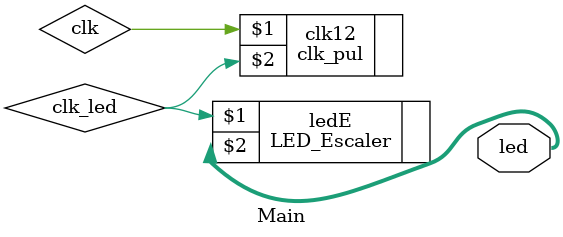
<source format=v>
`timescale 1ns / 1ps
module Main(
		 output[7:0] led
    );
	 
	 wire clk_led;
	 clk_pul clk12(clk, clk_led);
	 LED_Escaler ledE(clk_led, led);
	 	 
endmodule

</source>
